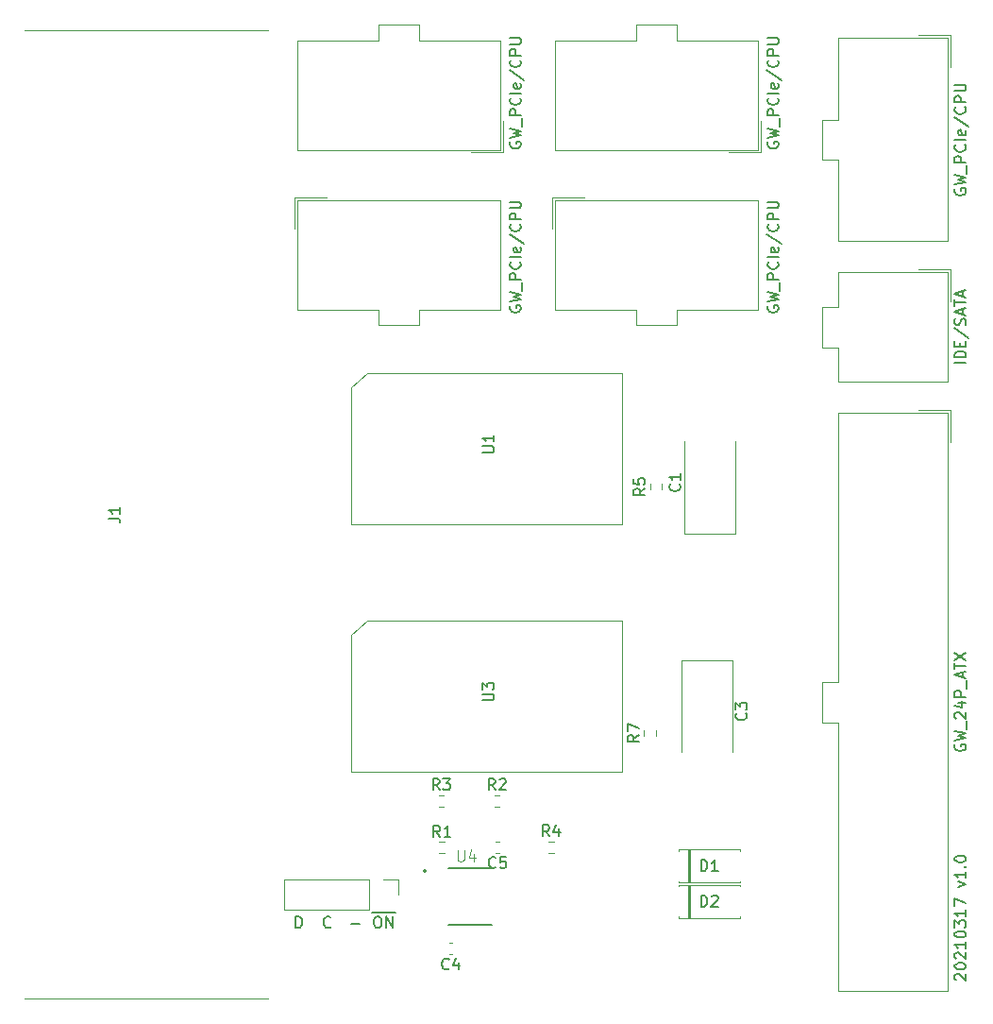
<source format=gto>
%TF.GenerationSoftware,KiCad,Pcbnew,(5.1.9)-1*%
%TF.CreationDate,2021-05-19T11:39:12+08:00*%
%TF.ProjectId,KCORES CSPS to ATX Converter,4b434f52-4553-4204-9353-505320746f20,1.0*%
%TF.SameCoordinates,Original*%
%TF.FileFunction,Legend,Top*%
%TF.FilePolarity,Positive*%
%FSLAX46Y46*%
G04 Gerber Fmt 4.6, Leading zero omitted, Abs format (unit mm)*
G04 Created by KiCad (PCBNEW (5.1.9)-1) date 2021-05-19 11:39:12*
%MOMM*%
%LPD*%
G01*
G04 APERTURE LIST*
%ADD10C,0.150000*%
%ADD11C,0.200000*%
%ADD12C,0.127000*%
%ADD13C,0.120000*%
%ADD14C,0.015000*%
G04 APERTURE END LIST*
D10*
X123582380Y-155365000D02*
X124630000Y-155365000D01*
X124010952Y-155732380D02*
X124201428Y-155732380D01*
X124296666Y-155780000D01*
X124391904Y-155875238D01*
X124439523Y-156065714D01*
X124439523Y-156399047D01*
X124391904Y-156589523D01*
X124296666Y-156684761D01*
X124201428Y-156732380D01*
X124010952Y-156732380D01*
X123915714Y-156684761D01*
X123820476Y-156589523D01*
X123772857Y-156399047D01*
X123772857Y-156065714D01*
X123820476Y-155875238D01*
X123915714Y-155780000D01*
X124010952Y-155732380D01*
X124630000Y-155365000D02*
X125677619Y-155365000D01*
X124868095Y-156732380D02*
X124868095Y-155732380D01*
X125439523Y-156732380D01*
X125439523Y-155732380D01*
X121709047Y-156351428D02*
X122470952Y-156351428D01*
X119859523Y-156637142D02*
X119811904Y-156684761D01*
X119669047Y-156732380D01*
X119573809Y-156732380D01*
X119430952Y-156684761D01*
X119335714Y-156589523D01*
X119288095Y-156494285D01*
X119240476Y-156303809D01*
X119240476Y-156160952D01*
X119288095Y-155970476D01*
X119335714Y-155875238D01*
X119430952Y-155780000D01*
X119573809Y-155732380D01*
X119669047Y-155732380D01*
X119811904Y-155780000D01*
X119859523Y-155827619D01*
X175947619Y-161412023D02*
X175900000Y-161364404D01*
X175852380Y-161269166D01*
X175852380Y-161031071D01*
X175900000Y-160935833D01*
X175947619Y-160888214D01*
X176042857Y-160840595D01*
X176138095Y-160840595D01*
X176280952Y-160888214D01*
X176852380Y-161459642D01*
X176852380Y-160840595D01*
X175852380Y-160221547D02*
X175852380Y-160126309D01*
X175900000Y-160031071D01*
X175947619Y-159983452D01*
X176042857Y-159935833D01*
X176233333Y-159888214D01*
X176471428Y-159888214D01*
X176661904Y-159935833D01*
X176757142Y-159983452D01*
X176804761Y-160031071D01*
X176852380Y-160126309D01*
X176852380Y-160221547D01*
X176804761Y-160316785D01*
X176757142Y-160364404D01*
X176661904Y-160412023D01*
X176471428Y-160459642D01*
X176233333Y-160459642D01*
X176042857Y-160412023D01*
X175947619Y-160364404D01*
X175900000Y-160316785D01*
X175852380Y-160221547D01*
X175947619Y-159507261D02*
X175900000Y-159459642D01*
X175852380Y-159364404D01*
X175852380Y-159126309D01*
X175900000Y-159031071D01*
X175947619Y-158983452D01*
X176042857Y-158935833D01*
X176138095Y-158935833D01*
X176280952Y-158983452D01*
X176852380Y-159554880D01*
X176852380Y-158935833D01*
X176852380Y-157983452D02*
X176852380Y-158554880D01*
X176852380Y-158269166D02*
X175852380Y-158269166D01*
X175995238Y-158364404D01*
X176090476Y-158459642D01*
X176138095Y-158554880D01*
X175852380Y-157364404D02*
X175852380Y-157269166D01*
X175900000Y-157173928D01*
X175947619Y-157126309D01*
X176042857Y-157078690D01*
X176233333Y-157031071D01*
X176471428Y-157031071D01*
X176661904Y-157078690D01*
X176757142Y-157126309D01*
X176804761Y-157173928D01*
X176852380Y-157269166D01*
X176852380Y-157364404D01*
X176804761Y-157459642D01*
X176757142Y-157507261D01*
X176661904Y-157554880D01*
X176471428Y-157602500D01*
X176233333Y-157602500D01*
X176042857Y-157554880D01*
X175947619Y-157507261D01*
X175900000Y-157459642D01*
X175852380Y-157364404D01*
X175852380Y-156697738D02*
X175852380Y-156078690D01*
X176233333Y-156412023D01*
X176233333Y-156269166D01*
X176280952Y-156173928D01*
X176328571Y-156126309D01*
X176423809Y-156078690D01*
X176661904Y-156078690D01*
X176757142Y-156126309D01*
X176804761Y-156173928D01*
X176852380Y-156269166D01*
X176852380Y-156554880D01*
X176804761Y-156650119D01*
X176757142Y-156697738D01*
X176852380Y-155126309D02*
X176852380Y-155697738D01*
X176852380Y-155412023D02*
X175852380Y-155412023D01*
X175995238Y-155507261D01*
X176090476Y-155602500D01*
X176138095Y-155697738D01*
X175852380Y-154792976D02*
X175852380Y-154126309D01*
X176852380Y-154554880D01*
X176185714Y-153078690D02*
X176852380Y-152840595D01*
X176185714Y-152602500D01*
X176852380Y-151697738D02*
X176852380Y-152269166D01*
X176852380Y-151983452D02*
X175852380Y-151983452D01*
X175995238Y-152078690D01*
X176090476Y-152173928D01*
X176138095Y-152269166D01*
X176757142Y-151269166D02*
X176804761Y-151221547D01*
X176852380Y-151269166D01*
X176804761Y-151316785D01*
X176757142Y-151269166D01*
X176852380Y-151269166D01*
X175852380Y-150602500D02*
X175852380Y-150507261D01*
X175900000Y-150412023D01*
X175947619Y-150364404D01*
X176042857Y-150316785D01*
X176233333Y-150269166D01*
X176471428Y-150269166D01*
X176661904Y-150316785D01*
X176757142Y-150364404D01*
X176804761Y-150412023D01*
X176852380Y-150507261D01*
X176852380Y-150602500D01*
X176804761Y-150697738D01*
X176757142Y-150745357D01*
X176661904Y-150792976D01*
X176471428Y-150840595D01*
X176233333Y-150840595D01*
X176042857Y-150792976D01*
X175947619Y-150745357D01*
X175900000Y-150697738D01*
X175852380Y-150602500D01*
X116748095Y-156732380D02*
X116748095Y-155732380D01*
X116986190Y-155732380D01*
X117129047Y-155780000D01*
X117224285Y-155875238D01*
X117271904Y-155970476D01*
X117319523Y-156160952D01*
X117319523Y-156303809D01*
X117271904Y-156494285D01*
X117224285Y-156589523D01*
X117129047Y-156684761D01*
X116986190Y-156732380D01*
X116748095Y-156732380D01*
D11*
%TO.C,U4*%
X128410000Y-151645000D02*
G75*
G03*
X128410000Y-151645000I-100000J0D01*
G01*
D12*
X130402500Y-151425000D02*
X134297500Y-151425000D01*
X130402500Y-156475000D02*
X134297500Y-156475000D01*
D13*
%TO.C,R4*%
X139412742Y-148977500D02*
X139887258Y-148977500D01*
X139412742Y-150022500D02*
X139887258Y-150022500D01*
%TO.C,R3*%
X129562742Y-144827500D02*
X130037258Y-144827500D01*
X129562742Y-145872500D02*
X130037258Y-145872500D01*
%TO.C,R2*%
X134562742Y-144827500D02*
X135037258Y-144827500D01*
X134562742Y-145872500D02*
X135037258Y-145872500D01*
%TO.C,R1*%
X129612742Y-149027500D02*
X130087258Y-149027500D01*
X129612742Y-150072500D02*
X130087258Y-150072500D01*
%TO.C,C5*%
X134990580Y-150010000D02*
X134709420Y-150010000D01*
X134990580Y-148990000D02*
X134709420Y-148990000D01*
%TO.C,C4*%
X130790580Y-159110000D02*
X130509420Y-159110000D01*
X130790580Y-158090000D02*
X130509420Y-158090000D01*
%TO.C,U3*%
X146004000Y-129230000D02*
X146004000Y-142740000D01*
X146004000Y-142740000D02*
X121750000Y-142740000D01*
X121750000Y-142740000D02*
X121750000Y-130500000D01*
X121750000Y-130500000D02*
X123144000Y-129230000D01*
X123144000Y-129230000D02*
X146004000Y-129230000D01*
%TO.C,U1*%
X146004000Y-107030000D02*
X146004000Y-120540000D01*
X146004000Y-120540000D02*
X121750000Y-120540000D01*
X121750000Y-120540000D02*
X121750000Y-108300000D01*
X121750000Y-108300000D02*
X123144000Y-107030000D01*
X123144000Y-107030000D02*
X146004000Y-107030000D01*
%TO.C,R7*%
X147977500Y-139537258D02*
X147977500Y-139062742D01*
X149022500Y-139537258D02*
X149022500Y-139062742D01*
%TO.C,R5*%
X148527500Y-117437258D02*
X148527500Y-116962742D01*
X149572500Y-117437258D02*
X149572500Y-116962742D01*
%TO.C,C3*%
X155910000Y-141000000D02*
X155910000Y-132765000D01*
X155910000Y-132765000D02*
X151390000Y-132765000D01*
X151390000Y-132765000D02*
X151390000Y-141000000D01*
%TO.C,C1*%
X151640000Y-113150000D02*
X151640000Y-121385000D01*
X151640000Y-121385000D02*
X156160000Y-121385000D01*
X156160000Y-121385000D02*
X156160000Y-113150000D01*
%TO.C,J2*%
X125960000Y-152410000D02*
X125960000Y-153740000D01*
X124630000Y-152410000D02*
X125960000Y-152410000D01*
X123360000Y-152410000D02*
X123360000Y-155070000D01*
X123360000Y-155070000D02*
X115680000Y-155070000D01*
X123360000Y-152410000D02*
X115680000Y-152410000D01*
X115680000Y-152410000D02*
X115680000Y-155070000D01*
%TO.C,J1*%
X92400000Y-76290000D02*
X114244000Y-76290000D01*
X114244000Y-163110000D02*
X92400000Y-163110000D01*
%TO.C,J7*%
X175210000Y-86100000D02*
X175210000Y-76990000D01*
X175210000Y-76990000D02*
X165390000Y-76990000D01*
X165390000Y-76990000D02*
X165390000Y-84290000D01*
X165390000Y-84290000D02*
X163990000Y-84290000D01*
X163990000Y-84290000D02*
X163990000Y-86100000D01*
X175210000Y-86100000D02*
X175210000Y-95210000D01*
X175210000Y-95210000D02*
X165390000Y-95210000D01*
X165390000Y-95210000D02*
X165390000Y-87910000D01*
X165390000Y-87910000D02*
X163990000Y-87910000D01*
X163990000Y-87910000D02*
X163990000Y-86100000D01*
X175450000Y-79600000D02*
X175450000Y-76750000D01*
X175450000Y-76750000D02*
X172600000Y-76750000D01*
%TO.C,J6*%
X149100000Y-91490000D02*
X139990000Y-91490000D01*
X139990000Y-91490000D02*
X139990000Y-101310000D01*
X139990000Y-101310000D02*
X147290000Y-101310000D01*
X147290000Y-101310000D02*
X147290000Y-102710000D01*
X147290000Y-102710000D02*
X149100000Y-102710000D01*
X149100000Y-91490000D02*
X158210000Y-91490000D01*
X158210000Y-91490000D02*
X158210000Y-101310000D01*
X158210000Y-101310000D02*
X150910000Y-101310000D01*
X150910000Y-101310000D02*
X150910000Y-102710000D01*
X150910000Y-102710000D02*
X149100000Y-102710000D01*
X142600000Y-91250000D02*
X139750000Y-91250000D01*
X139750000Y-91250000D02*
X139750000Y-94100000D01*
%TO.C,J5*%
X149100000Y-87010000D02*
X158210000Y-87010000D01*
X158210000Y-87010000D02*
X158210000Y-77190000D01*
X158210000Y-77190000D02*
X150910000Y-77190000D01*
X150910000Y-77190000D02*
X150910000Y-75790000D01*
X150910000Y-75790000D02*
X149100000Y-75790000D01*
X149100000Y-87010000D02*
X139990000Y-87010000D01*
X139990000Y-87010000D02*
X139990000Y-77190000D01*
X139990000Y-77190000D02*
X147290000Y-77190000D01*
X147290000Y-77190000D02*
X147290000Y-75790000D01*
X147290000Y-75790000D02*
X149100000Y-75790000D01*
X155600000Y-87250000D02*
X158450000Y-87250000D01*
X158450000Y-87250000D02*
X158450000Y-84400000D01*
%TO.C,J4*%
X126000000Y-91490000D02*
X116890000Y-91490000D01*
X116890000Y-91490000D02*
X116890000Y-101310000D01*
X116890000Y-101310000D02*
X124190000Y-101310000D01*
X124190000Y-101310000D02*
X124190000Y-102710000D01*
X124190000Y-102710000D02*
X126000000Y-102710000D01*
X126000000Y-91490000D02*
X135110000Y-91490000D01*
X135110000Y-91490000D02*
X135110000Y-101310000D01*
X135110000Y-101310000D02*
X127810000Y-101310000D01*
X127810000Y-101310000D02*
X127810000Y-102710000D01*
X127810000Y-102710000D02*
X126000000Y-102710000D01*
X119500000Y-91250000D02*
X116650000Y-91250000D01*
X116650000Y-91250000D02*
X116650000Y-94100000D01*
%TO.C,J3*%
X126000000Y-87010000D02*
X135110000Y-87010000D01*
X135110000Y-87010000D02*
X135110000Y-77190000D01*
X135110000Y-77190000D02*
X127810000Y-77190000D01*
X127810000Y-77190000D02*
X127810000Y-75790000D01*
X127810000Y-75790000D02*
X126000000Y-75790000D01*
X126000000Y-87010000D02*
X116890000Y-87010000D01*
X116890000Y-87010000D02*
X116890000Y-77190000D01*
X116890000Y-77190000D02*
X124190000Y-77190000D01*
X124190000Y-77190000D02*
X124190000Y-75790000D01*
X124190000Y-75790000D02*
X126000000Y-75790000D01*
X132500000Y-87250000D02*
X135350000Y-87250000D01*
X135350000Y-87250000D02*
X135350000Y-84400000D01*
%TO.C,J9*%
X175210000Y-136500000D02*
X175210000Y-110590000D01*
X175210000Y-110590000D02*
X165390000Y-110590000D01*
X165390000Y-110590000D02*
X165390000Y-134690000D01*
X165390000Y-134690000D02*
X163990000Y-134690000D01*
X163990000Y-134690000D02*
X163990000Y-136500000D01*
X175210000Y-136500000D02*
X175210000Y-162410000D01*
X175210000Y-162410000D02*
X165390000Y-162410000D01*
X165390000Y-162410000D02*
X165390000Y-138310000D01*
X165390000Y-138310000D02*
X163990000Y-138310000D01*
X163990000Y-138310000D02*
X163990000Y-136500000D01*
X175450000Y-113200000D02*
X175450000Y-110350000D01*
X175450000Y-110350000D02*
X172600000Y-110350000D01*
%TO.C,J8*%
X175450000Y-97750000D02*
X172600000Y-97750000D01*
X175450000Y-100600000D02*
X175450000Y-97750000D01*
X163990000Y-104710000D02*
X163990000Y-102900000D01*
X165390000Y-104710000D02*
X163990000Y-104710000D01*
X165390000Y-107810000D02*
X165390000Y-104710000D01*
X175210000Y-107810000D02*
X165390000Y-107810000D01*
X175210000Y-102900000D02*
X175210000Y-107810000D01*
X163990000Y-101090000D02*
X163990000Y-102900000D01*
X165390000Y-101090000D02*
X163990000Y-101090000D01*
X165390000Y-97990000D02*
X165390000Y-101090000D01*
X175210000Y-97990000D02*
X165390000Y-97990000D01*
X175210000Y-102900000D02*
X175210000Y-97990000D01*
%TO.C,D2*%
X151900000Y-152905000D02*
X151900000Y-155845000D01*
X152140000Y-152905000D02*
X152140000Y-155845000D01*
X152020000Y-152905000D02*
X152020000Y-155845000D01*
X156560000Y-155845000D02*
X156560000Y-155715000D01*
X151120000Y-155845000D02*
X156560000Y-155845000D01*
X151120000Y-155715000D02*
X151120000Y-155845000D01*
X156560000Y-152905000D02*
X156560000Y-153035000D01*
X151120000Y-152905000D02*
X156560000Y-152905000D01*
X151120000Y-153035000D02*
X151120000Y-152905000D01*
%TO.C,D1*%
X151900000Y-149730000D02*
X151900000Y-152670000D01*
X152140000Y-149730000D02*
X152140000Y-152670000D01*
X152020000Y-149730000D02*
X152020000Y-152670000D01*
X156560000Y-152670000D02*
X156560000Y-152540000D01*
X151120000Y-152670000D02*
X156560000Y-152670000D01*
X151120000Y-152540000D02*
X151120000Y-152670000D01*
X156560000Y-149730000D02*
X156560000Y-149860000D01*
X151120000Y-149730000D02*
X156560000Y-149730000D01*
X151120000Y-149860000D02*
X151120000Y-149730000D01*
%TO.C,U4*%
D14*
X131263095Y-149767380D02*
X131263095Y-150576904D01*
X131310714Y-150672142D01*
X131358333Y-150719761D01*
X131453571Y-150767380D01*
X131644047Y-150767380D01*
X131739285Y-150719761D01*
X131786904Y-150672142D01*
X131834523Y-150576904D01*
X131834523Y-149767380D01*
X132739285Y-150100714D02*
X132739285Y-150767380D01*
X132501190Y-149719761D02*
X132263095Y-150434047D01*
X132882142Y-150434047D01*
%TO.C,R4*%
D10*
X139483333Y-148522380D02*
X139150000Y-148046190D01*
X138911904Y-148522380D02*
X138911904Y-147522380D01*
X139292857Y-147522380D01*
X139388095Y-147570000D01*
X139435714Y-147617619D01*
X139483333Y-147712857D01*
X139483333Y-147855714D01*
X139435714Y-147950952D01*
X139388095Y-147998571D01*
X139292857Y-148046190D01*
X138911904Y-148046190D01*
X140340476Y-147855714D02*
X140340476Y-148522380D01*
X140102380Y-147474761D02*
X139864285Y-148189047D01*
X140483333Y-148189047D01*
%TO.C,R3*%
X129633333Y-144372380D02*
X129300000Y-143896190D01*
X129061904Y-144372380D02*
X129061904Y-143372380D01*
X129442857Y-143372380D01*
X129538095Y-143420000D01*
X129585714Y-143467619D01*
X129633333Y-143562857D01*
X129633333Y-143705714D01*
X129585714Y-143800952D01*
X129538095Y-143848571D01*
X129442857Y-143896190D01*
X129061904Y-143896190D01*
X129966666Y-143372380D02*
X130585714Y-143372380D01*
X130252380Y-143753333D01*
X130395238Y-143753333D01*
X130490476Y-143800952D01*
X130538095Y-143848571D01*
X130585714Y-143943809D01*
X130585714Y-144181904D01*
X130538095Y-144277142D01*
X130490476Y-144324761D01*
X130395238Y-144372380D01*
X130109523Y-144372380D01*
X130014285Y-144324761D01*
X129966666Y-144277142D01*
%TO.C,R2*%
X134633333Y-144372380D02*
X134300000Y-143896190D01*
X134061904Y-144372380D02*
X134061904Y-143372380D01*
X134442857Y-143372380D01*
X134538095Y-143420000D01*
X134585714Y-143467619D01*
X134633333Y-143562857D01*
X134633333Y-143705714D01*
X134585714Y-143800952D01*
X134538095Y-143848571D01*
X134442857Y-143896190D01*
X134061904Y-143896190D01*
X135014285Y-143467619D02*
X135061904Y-143420000D01*
X135157142Y-143372380D01*
X135395238Y-143372380D01*
X135490476Y-143420000D01*
X135538095Y-143467619D01*
X135585714Y-143562857D01*
X135585714Y-143658095D01*
X135538095Y-143800952D01*
X134966666Y-144372380D01*
X135585714Y-144372380D01*
%TO.C,R1*%
X129683333Y-148572380D02*
X129350000Y-148096190D01*
X129111904Y-148572380D02*
X129111904Y-147572380D01*
X129492857Y-147572380D01*
X129588095Y-147620000D01*
X129635714Y-147667619D01*
X129683333Y-147762857D01*
X129683333Y-147905714D01*
X129635714Y-148000952D01*
X129588095Y-148048571D01*
X129492857Y-148096190D01*
X129111904Y-148096190D01*
X130635714Y-148572380D02*
X130064285Y-148572380D01*
X130350000Y-148572380D02*
X130350000Y-147572380D01*
X130254761Y-147715238D01*
X130159523Y-147810476D01*
X130064285Y-147858095D01*
%TO.C,C5*%
X134683333Y-151287142D02*
X134635714Y-151334761D01*
X134492857Y-151382380D01*
X134397619Y-151382380D01*
X134254761Y-151334761D01*
X134159523Y-151239523D01*
X134111904Y-151144285D01*
X134064285Y-150953809D01*
X134064285Y-150810952D01*
X134111904Y-150620476D01*
X134159523Y-150525238D01*
X134254761Y-150430000D01*
X134397619Y-150382380D01*
X134492857Y-150382380D01*
X134635714Y-150430000D01*
X134683333Y-150477619D01*
X135588095Y-150382380D02*
X135111904Y-150382380D01*
X135064285Y-150858571D01*
X135111904Y-150810952D01*
X135207142Y-150763333D01*
X135445238Y-150763333D01*
X135540476Y-150810952D01*
X135588095Y-150858571D01*
X135635714Y-150953809D01*
X135635714Y-151191904D01*
X135588095Y-151287142D01*
X135540476Y-151334761D01*
X135445238Y-151382380D01*
X135207142Y-151382380D01*
X135111904Y-151334761D01*
X135064285Y-151287142D01*
%TO.C,C4*%
X130483333Y-160387142D02*
X130435714Y-160434761D01*
X130292857Y-160482380D01*
X130197619Y-160482380D01*
X130054761Y-160434761D01*
X129959523Y-160339523D01*
X129911904Y-160244285D01*
X129864285Y-160053809D01*
X129864285Y-159910952D01*
X129911904Y-159720476D01*
X129959523Y-159625238D01*
X130054761Y-159530000D01*
X130197619Y-159482380D01*
X130292857Y-159482380D01*
X130435714Y-159530000D01*
X130483333Y-159577619D01*
X131340476Y-159815714D02*
X131340476Y-160482380D01*
X131102380Y-159434761D02*
X130864285Y-160149047D01*
X131483333Y-160149047D01*
%TO.C,U3*%
X133518380Y-136341904D02*
X134327904Y-136341904D01*
X134423142Y-136294285D01*
X134470761Y-136246666D01*
X134518380Y-136151428D01*
X134518380Y-135960952D01*
X134470761Y-135865714D01*
X134423142Y-135818095D01*
X134327904Y-135770476D01*
X133518380Y-135770476D01*
X133518380Y-135389523D02*
X133518380Y-134770476D01*
X133899333Y-135103809D01*
X133899333Y-134960952D01*
X133946952Y-134865714D01*
X133994571Y-134818095D01*
X134089809Y-134770476D01*
X134327904Y-134770476D01*
X134423142Y-134818095D01*
X134470761Y-134865714D01*
X134518380Y-134960952D01*
X134518380Y-135246666D01*
X134470761Y-135341904D01*
X134423142Y-135389523D01*
%TO.C,U1*%
X133518380Y-114141904D02*
X134327904Y-114141904D01*
X134423142Y-114094285D01*
X134470761Y-114046666D01*
X134518380Y-113951428D01*
X134518380Y-113760952D01*
X134470761Y-113665714D01*
X134423142Y-113618095D01*
X134327904Y-113570476D01*
X133518380Y-113570476D01*
X134518380Y-112570476D02*
X134518380Y-113141904D01*
X134518380Y-112856190D02*
X133518380Y-112856190D01*
X133661238Y-112951428D01*
X133756476Y-113046666D01*
X133804095Y-113141904D01*
%TO.C,R7*%
X147522380Y-139466666D02*
X147046190Y-139800000D01*
X147522380Y-140038095D02*
X146522380Y-140038095D01*
X146522380Y-139657142D01*
X146570000Y-139561904D01*
X146617619Y-139514285D01*
X146712857Y-139466666D01*
X146855714Y-139466666D01*
X146950952Y-139514285D01*
X146998571Y-139561904D01*
X147046190Y-139657142D01*
X147046190Y-140038095D01*
X146522380Y-139133333D02*
X146522380Y-138466666D01*
X147522380Y-138895238D01*
%TO.C,R5*%
X148072380Y-117366666D02*
X147596190Y-117700000D01*
X148072380Y-117938095D02*
X147072380Y-117938095D01*
X147072380Y-117557142D01*
X147120000Y-117461904D01*
X147167619Y-117414285D01*
X147262857Y-117366666D01*
X147405714Y-117366666D01*
X147500952Y-117414285D01*
X147548571Y-117461904D01*
X147596190Y-117557142D01*
X147596190Y-117938095D01*
X147072380Y-116461904D02*
X147072380Y-116938095D01*
X147548571Y-116985714D01*
X147500952Y-116938095D01*
X147453333Y-116842857D01*
X147453333Y-116604761D01*
X147500952Y-116509523D01*
X147548571Y-116461904D01*
X147643809Y-116414285D01*
X147881904Y-116414285D01*
X147977142Y-116461904D01*
X148024761Y-116509523D01*
X148072380Y-116604761D01*
X148072380Y-116842857D01*
X148024761Y-116938095D01*
X147977142Y-116985714D01*
%TO.C,C3*%
X157107142Y-137516666D02*
X157154761Y-137564285D01*
X157202380Y-137707142D01*
X157202380Y-137802380D01*
X157154761Y-137945238D01*
X157059523Y-138040476D01*
X156964285Y-138088095D01*
X156773809Y-138135714D01*
X156630952Y-138135714D01*
X156440476Y-138088095D01*
X156345238Y-138040476D01*
X156250000Y-137945238D01*
X156202380Y-137802380D01*
X156202380Y-137707142D01*
X156250000Y-137564285D01*
X156297619Y-137516666D01*
X156202380Y-137183333D02*
X156202380Y-136564285D01*
X156583333Y-136897619D01*
X156583333Y-136754761D01*
X156630952Y-136659523D01*
X156678571Y-136611904D01*
X156773809Y-136564285D01*
X157011904Y-136564285D01*
X157107142Y-136611904D01*
X157154761Y-136659523D01*
X157202380Y-136754761D01*
X157202380Y-137040476D01*
X157154761Y-137135714D01*
X157107142Y-137183333D01*
%TO.C,C1*%
X151157142Y-116966666D02*
X151204761Y-117014285D01*
X151252380Y-117157142D01*
X151252380Y-117252380D01*
X151204761Y-117395238D01*
X151109523Y-117490476D01*
X151014285Y-117538095D01*
X150823809Y-117585714D01*
X150680952Y-117585714D01*
X150490476Y-117538095D01*
X150395238Y-117490476D01*
X150300000Y-117395238D01*
X150252380Y-117252380D01*
X150252380Y-117157142D01*
X150300000Y-117014285D01*
X150347619Y-116966666D01*
X151252380Y-116014285D02*
X151252380Y-116585714D01*
X151252380Y-116300000D02*
X150252380Y-116300000D01*
X150395238Y-116395238D01*
X150490476Y-116490476D01*
X150538095Y-116585714D01*
%TO.C,J1*%
X99980380Y-120033333D02*
X100694666Y-120033333D01*
X100837523Y-120080952D01*
X100932761Y-120176190D01*
X100980380Y-120319047D01*
X100980380Y-120414285D01*
X100980380Y-119033333D02*
X100980380Y-119604761D01*
X100980380Y-119319047D02*
X99980380Y-119319047D01*
X100123238Y-119414285D01*
X100218476Y-119509523D01*
X100266095Y-119604761D01*
%TO.C,J7*%
X175900000Y-90504761D02*
X175852380Y-90600000D01*
X175852380Y-90742857D01*
X175900000Y-90885714D01*
X175995238Y-90980952D01*
X176090476Y-91028571D01*
X176280952Y-91076190D01*
X176423809Y-91076190D01*
X176614285Y-91028571D01*
X176709523Y-90980952D01*
X176804761Y-90885714D01*
X176852380Y-90742857D01*
X176852380Y-90647619D01*
X176804761Y-90504761D01*
X176757142Y-90457142D01*
X176423809Y-90457142D01*
X176423809Y-90647619D01*
X175852380Y-90123809D02*
X176852380Y-89885714D01*
X176138095Y-89695238D01*
X176852380Y-89504761D01*
X175852380Y-89266666D01*
X176947619Y-89123809D02*
X176947619Y-88361904D01*
X176852380Y-88123809D02*
X175852380Y-88123809D01*
X175852380Y-87742857D01*
X175900000Y-87647619D01*
X175947619Y-87600000D01*
X176042857Y-87552380D01*
X176185714Y-87552380D01*
X176280952Y-87600000D01*
X176328571Y-87647619D01*
X176376190Y-87742857D01*
X176376190Y-88123809D01*
X176757142Y-86552380D02*
X176804761Y-86600000D01*
X176852380Y-86742857D01*
X176852380Y-86838095D01*
X176804761Y-86980952D01*
X176709523Y-87076190D01*
X176614285Y-87123809D01*
X176423809Y-87171428D01*
X176280952Y-87171428D01*
X176090476Y-87123809D01*
X175995238Y-87076190D01*
X175900000Y-86980952D01*
X175852380Y-86838095D01*
X175852380Y-86742857D01*
X175900000Y-86600000D01*
X175947619Y-86552380D01*
X176852380Y-86123809D02*
X175852380Y-86123809D01*
X176804761Y-85266666D02*
X176852380Y-85361904D01*
X176852380Y-85552380D01*
X176804761Y-85647619D01*
X176709523Y-85695238D01*
X176328571Y-85695238D01*
X176233333Y-85647619D01*
X176185714Y-85552380D01*
X176185714Y-85361904D01*
X176233333Y-85266666D01*
X176328571Y-85219047D01*
X176423809Y-85219047D01*
X176519047Y-85695238D01*
X175804761Y-84076190D02*
X177090476Y-84933333D01*
X176757142Y-83171428D02*
X176804761Y-83219047D01*
X176852380Y-83361904D01*
X176852380Y-83457142D01*
X176804761Y-83600000D01*
X176709523Y-83695238D01*
X176614285Y-83742857D01*
X176423809Y-83790476D01*
X176280952Y-83790476D01*
X176090476Y-83742857D01*
X175995238Y-83695238D01*
X175900000Y-83600000D01*
X175852380Y-83457142D01*
X175852380Y-83361904D01*
X175900000Y-83219047D01*
X175947619Y-83171428D01*
X176852380Y-82742857D02*
X175852380Y-82742857D01*
X175852380Y-82361904D01*
X175900000Y-82266666D01*
X175947619Y-82219047D01*
X176042857Y-82171428D01*
X176185714Y-82171428D01*
X176280952Y-82219047D01*
X176328571Y-82266666D01*
X176376190Y-82361904D01*
X176376190Y-82742857D01*
X175852380Y-81742857D02*
X176661904Y-81742857D01*
X176757142Y-81695238D01*
X176804761Y-81647619D01*
X176852380Y-81552380D01*
X176852380Y-81361904D01*
X176804761Y-81266666D01*
X176757142Y-81219047D01*
X176661904Y-81171428D01*
X175852380Y-81171428D01*
%TO.C,J6*%
X159100000Y-101004761D02*
X159052380Y-101100000D01*
X159052380Y-101242857D01*
X159100000Y-101385714D01*
X159195238Y-101480952D01*
X159290476Y-101528571D01*
X159480952Y-101576190D01*
X159623809Y-101576190D01*
X159814285Y-101528571D01*
X159909523Y-101480952D01*
X160004761Y-101385714D01*
X160052380Y-101242857D01*
X160052380Y-101147619D01*
X160004761Y-101004761D01*
X159957142Y-100957142D01*
X159623809Y-100957142D01*
X159623809Y-101147619D01*
X159052380Y-100623809D02*
X160052380Y-100385714D01*
X159338095Y-100195238D01*
X160052380Y-100004761D01*
X159052380Y-99766666D01*
X160147619Y-99623809D02*
X160147619Y-98861904D01*
X160052380Y-98623809D02*
X159052380Y-98623809D01*
X159052380Y-98242857D01*
X159100000Y-98147619D01*
X159147619Y-98100000D01*
X159242857Y-98052380D01*
X159385714Y-98052380D01*
X159480952Y-98100000D01*
X159528571Y-98147619D01*
X159576190Y-98242857D01*
X159576190Y-98623809D01*
X159957142Y-97052380D02*
X160004761Y-97100000D01*
X160052380Y-97242857D01*
X160052380Y-97338095D01*
X160004761Y-97480952D01*
X159909523Y-97576190D01*
X159814285Y-97623809D01*
X159623809Y-97671428D01*
X159480952Y-97671428D01*
X159290476Y-97623809D01*
X159195238Y-97576190D01*
X159100000Y-97480952D01*
X159052380Y-97338095D01*
X159052380Y-97242857D01*
X159100000Y-97100000D01*
X159147619Y-97052380D01*
X160052380Y-96623809D02*
X159052380Y-96623809D01*
X160004761Y-95766666D02*
X160052380Y-95861904D01*
X160052380Y-96052380D01*
X160004761Y-96147619D01*
X159909523Y-96195238D01*
X159528571Y-96195238D01*
X159433333Y-96147619D01*
X159385714Y-96052380D01*
X159385714Y-95861904D01*
X159433333Y-95766666D01*
X159528571Y-95719047D01*
X159623809Y-95719047D01*
X159719047Y-96195238D01*
X159004761Y-94576190D02*
X160290476Y-95433333D01*
X159957142Y-93671428D02*
X160004761Y-93719047D01*
X160052380Y-93861904D01*
X160052380Y-93957142D01*
X160004761Y-94100000D01*
X159909523Y-94195238D01*
X159814285Y-94242857D01*
X159623809Y-94290476D01*
X159480952Y-94290476D01*
X159290476Y-94242857D01*
X159195238Y-94195238D01*
X159100000Y-94100000D01*
X159052380Y-93957142D01*
X159052380Y-93861904D01*
X159100000Y-93719047D01*
X159147619Y-93671428D01*
X160052380Y-93242857D02*
X159052380Y-93242857D01*
X159052380Y-92861904D01*
X159100000Y-92766666D01*
X159147619Y-92719047D01*
X159242857Y-92671428D01*
X159385714Y-92671428D01*
X159480952Y-92719047D01*
X159528571Y-92766666D01*
X159576190Y-92861904D01*
X159576190Y-93242857D01*
X159052380Y-92242857D02*
X159861904Y-92242857D01*
X159957142Y-92195238D01*
X160004761Y-92147619D01*
X160052380Y-92052380D01*
X160052380Y-91861904D01*
X160004761Y-91766666D01*
X159957142Y-91719047D01*
X159861904Y-91671428D01*
X159052380Y-91671428D01*
%TO.C,J5*%
X159100000Y-86304761D02*
X159052380Y-86400000D01*
X159052380Y-86542857D01*
X159100000Y-86685714D01*
X159195238Y-86780952D01*
X159290476Y-86828571D01*
X159480952Y-86876190D01*
X159623809Y-86876190D01*
X159814285Y-86828571D01*
X159909523Y-86780952D01*
X160004761Y-86685714D01*
X160052380Y-86542857D01*
X160052380Y-86447619D01*
X160004761Y-86304761D01*
X159957142Y-86257142D01*
X159623809Y-86257142D01*
X159623809Y-86447619D01*
X159052380Y-85923809D02*
X160052380Y-85685714D01*
X159338095Y-85495238D01*
X160052380Y-85304761D01*
X159052380Y-85066666D01*
X160147619Y-84923809D02*
X160147619Y-84161904D01*
X160052380Y-83923809D02*
X159052380Y-83923809D01*
X159052380Y-83542857D01*
X159100000Y-83447619D01*
X159147619Y-83400000D01*
X159242857Y-83352380D01*
X159385714Y-83352380D01*
X159480952Y-83400000D01*
X159528571Y-83447619D01*
X159576190Y-83542857D01*
X159576190Y-83923809D01*
X159957142Y-82352380D02*
X160004761Y-82400000D01*
X160052380Y-82542857D01*
X160052380Y-82638095D01*
X160004761Y-82780952D01*
X159909523Y-82876190D01*
X159814285Y-82923809D01*
X159623809Y-82971428D01*
X159480952Y-82971428D01*
X159290476Y-82923809D01*
X159195238Y-82876190D01*
X159100000Y-82780952D01*
X159052380Y-82638095D01*
X159052380Y-82542857D01*
X159100000Y-82400000D01*
X159147619Y-82352380D01*
X160052380Y-81923809D02*
X159052380Y-81923809D01*
X160004761Y-81066666D02*
X160052380Y-81161904D01*
X160052380Y-81352380D01*
X160004761Y-81447619D01*
X159909523Y-81495238D01*
X159528571Y-81495238D01*
X159433333Y-81447619D01*
X159385714Y-81352380D01*
X159385714Y-81161904D01*
X159433333Y-81066666D01*
X159528571Y-81019047D01*
X159623809Y-81019047D01*
X159719047Y-81495238D01*
X159004761Y-79876190D02*
X160290476Y-80733333D01*
X159957142Y-78971428D02*
X160004761Y-79019047D01*
X160052380Y-79161904D01*
X160052380Y-79257142D01*
X160004761Y-79400000D01*
X159909523Y-79495238D01*
X159814285Y-79542857D01*
X159623809Y-79590476D01*
X159480952Y-79590476D01*
X159290476Y-79542857D01*
X159195238Y-79495238D01*
X159100000Y-79400000D01*
X159052380Y-79257142D01*
X159052380Y-79161904D01*
X159100000Y-79019047D01*
X159147619Y-78971428D01*
X160052380Y-78542857D02*
X159052380Y-78542857D01*
X159052380Y-78161904D01*
X159100000Y-78066666D01*
X159147619Y-78019047D01*
X159242857Y-77971428D01*
X159385714Y-77971428D01*
X159480952Y-78019047D01*
X159528571Y-78066666D01*
X159576190Y-78161904D01*
X159576190Y-78542857D01*
X159052380Y-77542857D02*
X159861904Y-77542857D01*
X159957142Y-77495238D01*
X160004761Y-77447619D01*
X160052380Y-77352380D01*
X160052380Y-77161904D01*
X160004761Y-77066666D01*
X159957142Y-77019047D01*
X159861904Y-76971428D01*
X159052380Y-76971428D01*
%TO.C,J4*%
X136000000Y-101004761D02*
X135952380Y-101100000D01*
X135952380Y-101242857D01*
X136000000Y-101385714D01*
X136095238Y-101480952D01*
X136190476Y-101528571D01*
X136380952Y-101576190D01*
X136523809Y-101576190D01*
X136714285Y-101528571D01*
X136809523Y-101480952D01*
X136904761Y-101385714D01*
X136952380Y-101242857D01*
X136952380Y-101147619D01*
X136904761Y-101004761D01*
X136857142Y-100957142D01*
X136523809Y-100957142D01*
X136523809Y-101147619D01*
X135952380Y-100623809D02*
X136952380Y-100385714D01*
X136238095Y-100195238D01*
X136952380Y-100004761D01*
X135952380Y-99766666D01*
X137047619Y-99623809D02*
X137047619Y-98861904D01*
X136952380Y-98623809D02*
X135952380Y-98623809D01*
X135952380Y-98242857D01*
X136000000Y-98147619D01*
X136047619Y-98100000D01*
X136142857Y-98052380D01*
X136285714Y-98052380D01*
X136380952Y-98100000D01*
X136428571Y-98147619D01*
X136476190Y-98242857D01*
X136476190Y-98623809D01*
X136857142Y-97052380D02*
X136904761Y-97100000D01*
X136952380Y-97242857D01*
X136952380Y-97338095D01*
X136904761Y-97480952D01*
X136809523Y-97576190D01*
X136714285Y-97623809D01*
X136523809Y-97671428D01*
X136380952Y-97671428D01*
X136190476Y-97623809D01*
X136095238Y-97576190D01*
X136000000Y-97480952D01*
X135952380Y-97338095D01*
X135952380Y-97242857D01*
X136000000Y-97100000D01*
X136047619Y-97052380D01*
X136952380Y-96623809D02*
X135952380Y-96623809D01*
X136904761Y-95766666D02*
X136952380Y-95861904D01*
X136952380Y-96052380D01*
X136904761Y-96147619D01*
X136809523Y-96195238D01*
X136428571Y-96195238D01*
X136333333Y-96147619D01*
X136285714Y-96052380D01*
X136285714Y-95861904D01*
X136333333Y-95766666D01*
X136428571Y-95719047D01*
X136523809Y-95719047D01*
X136619047Y-96195238D01*
X135904761Y-94576190D02*
X137190476Y-95433333D01*
X136857142Y-93671428D02*
X136904761Y-93719047D01*
X136952380Y-93861904D01*
X136952380Y-93957142D01*
X136904761Y-94100000D01*
X136809523Y-94195238D01*
X136714285Y-94242857D01*
X136523809Y-94290476D01*
X136380952Y-94290476D01*
X136190476Y-94242857D01*
X136095238Y-94195238D01*
X136000000Y-94100000D01*
X135952380Y-93957142D01*
X135952380Y-93861904D01*
X136000000Y-93719047D01*
X136047619Y-93671428D01*
X136952380Y-93242857D02*
X135952380Y-93242857D01*
X135952380Y-92861904D01*
X136000000Y-92766666D01*
X136047619Y-92719047D01*
X136142857Y-92671428D01*
X136285714Y-92671428D01*
X136380952Y-92719047D01*
X136428571Y-92766666D01*
X136476190Y-92861904D01*
X136476190Y-93242857D01*
X135952380Y-92242857D02*
X136761904Y-92242857D01*
X136857142Y-92195238D01*
X136904761Y-92147619D01*
X136952380Y-92052380D01*
X136952380Y-91861904D01*
X136904761Y-91766666D01*
X136857142Y-91719047D01*
X136761904Y-91671428D01*
X135952380Y-91671428D01*
%TO.C,J3*%
X136000000Y-86304761D02*
X135952380Y-86400000D01*
X135952380Y-86542857D01*
X136000000Y-86685714D01*
X136095238Y-86780952D01*
X136190476Y-86828571D01*
X136380952Y-86876190D01*
X136523809Y-86876190D01*
X136714285Y-86828571D01*
X136809523Y-86780952D01*
X136904761Y-86685714D01*
X136952380Y-86542857D01*
X136952380Y-86447619D01*
X136904761Y-86304761D01*
X136857142Y-86257142D01*
X136523809Y-86257142D01*
X136523809Y-86447619D01*
X135952380Y-85923809D02*
X136952380Y-85685714D01*
X136238095Y-85495238D01*
X136952380Y-85304761D01*
X135952380Y-85066666D01*
X137047619Y-84923809D02*
X137047619Y-84161904D01*
X136952380Y-83923809D02*
X135952380Y-83923809D01*
X135952380Y-83542857D01*
X136000000Y-83447619D01*
X136047619Y-83400000D01*
X136142857Y-83352380D01*
X136285714Y-83352380D01*
X136380952Y-83400000D01*
X136428571Y-83447619D01*
X136476190Y-83542857D01*
X136476190Y-83923809D01*
X136857142Y-82352380D02*
X136904761Y-82400000D01*
X136952380Y-82542857D01*
X136952380Y-82638095D01*
X136904761Y-82780952D01*
X136809523Y-82876190D01*
X136714285Y-82923809D01*
X136523809Y-82971428D01*
X136380952Y-82971428D01*
X136190476Y-82923809D01*
X136095238Y-82876190D01*
X136000000Y-82780952D01*
X135952380Y-82638095D01*
X135952380Y-82542857D01*
X136000000Y-82400000D01*
X136047619Y-82352380D01*
X136952380Y-81923809D02*
X135952380Y-81923809D01*
X136904761Y-81066666D02*
X136952380Y-81161904D01*
X136952380Y-81352380D01*
X136904761Y-81447619D01*
X136809523Y-81495238D01*
X136428571Y-81495238D01*
X136333333Y-81447619D01*
X136285714Y-81352380D01*
X136285714Y-81161904D01*
X136333333Y-81066666D01*
X136428571Y-81019047D01*
X136523809Y-81019047D01*
X136619047Y-81495238D01*
X135904761Y-79876190D02*
X137190476Y-80733333D01*
X136857142Y-78971428D02*
X136904761Y-79019047D01*
X136952380Y-79161904D01*
X136952380Y-79257142D01*
X136904761Y-79400000D01*
X136809523Y-79495238D01*
X136714285Y-79542857D01*
X136523809Y-79590476D01*
X136380952Y-79590476D01*
X136190476Y-79542857D01*
X136095238Y-79495238D01*
X136000000Y-79400000D01*
X135952380Y-79257142D01*
X135952380Y-79161904D01*
X136000000Y-79019047D01*
X136047619Y-78971428D01*
X136952380Y-78542857D02*
X135952380Y-78542857D01*
X135952380Y-78161904D01*
X136000000Y-78066666D01*
X136047619Y-78019047D01*
X136142857Y-77971428D01*
X136285714Y-77971428D01*
X136380952Y-78019047D01*
X136428571Y-78066666D01*
X136476190Y-78161904D01*
X136476190Y-78542857D01*
X135952380Y-77542857D02*
X136761904Y-77542857D01*
X136857142Y-77495238D01*
X136904761Y-77447619D01*
X136952380Y-77352380D01*
X136952380Y-77161904D01*
X136904761Y-77066666D01*
X136857142Y-77019047D01*
X136761904Y-76971428D01*
X135952380Y-76971428D01*
%TO.C,J9*%
X175900000Y-140309523D02*
X175852380Y-140404761D01*
X175852380Y-140547619D01*
X175900000Y-140690476D01*
X175995238Y-140785714D01*
X176090476Y-140833333D01*
X176280952Y-140880952D01*
X176423809Y-140880952D01*
X176614285Y-140833333D01*
X176709523Y-140785714D01*
X176804761Y-140690476D01*
X176852380Y-140547619D01*
X176852380Y-140452380D01*
X176804761Y-140309523D01*
X176757142Y-140261904D01*
X176423809Y-140261904D01*
X176423809Y-140452380D01*
X175852380Y-139928571D02*
X176852380Y-139690476D01*
X176138095Y-139500000D01*
X176852380Y-139309523D01*
X175852380Y-139071428D01*
X176947619Y-138928571D02*
X176947619Y-138166666D01*
X175947619Y-137976190D02*
X175900000Y-137928571D01*
X175852380Y-137833333D01*
X175852380Y-137595238D01*
X175900000Y-137500000D01*
X175947619Y-137452380D01*
X176042857Y-137404761D01*
X176138095Y-137404761D01*
X176280952Y-137452380D01*
X176852380Y-138023809D01*
X176852380Y-137404761D01*
X176185714Y-136547619D02*
X176852380Y-136547619D01*
X175804761Y-136785714D02*
X176519047Y-137023809D01*
X176519047Y-136404761D01*
X176852380Y-136023809D02*
X175852380Y-136023809D01*
X175852380Y-135642857D01*
X175900000Y-135547619D01*
X175947619Y-135500000D01*
X176042857Y-135452380D01*
X176185714Y-135452380D01*
X176280952Y-135500000D01*
X176328571Y-135547619D01*
X176376190Y-135642857D01*
X176376190Y-136023809D01*
X176947619Y-135261904D02*
X176947619Y-134500000D01*
X176566666Y-134309523D02*
X176566666Y-133833333D01*
X176852380Y-134404761D02*
X175852380Y-134071428D01*
X176852380Y-133738095D01*
X175852380Y-133547619D02*
X175852380Y-132976190D01*
X176852380Y-133261904D02*
X175852380Y-133261904D01*
X175852380Y-132738095D02*
X176852380Y-132071428D01*
X175852380Y-132071428D02*
X176852380Y-132738095D01*
%TO.C,J8*%
X176852380Y-106090476D02*
X175852380Y-106090476D01*
X176852380Y-105614285D02*
X175852380Y-105614285D01*
X175852380Y-105376190D01*
X175900000Y-105233333D01*
X175995238Y-105138095D01*
X176090476Y-105090476D01*
X176280952Y-105042857D01*
X176423809Y-105042857D01*
X176614285Y-105090476D01*
X176709523Y-105138095D01*
X176804761Y-105233333D01*
X176852380Y-105376190D01*
X176852380Y-105614285D01*
X176328571Y-104614285D02*
X176328571Y-104280952D01*
X176852380Y-104138095D02*
X176852380Y-104614285D01*
X175852380Y-104614285D01*
X175852380Y-104138095D01*
X175804761Y-102995238D02*
X177090476Y-103852380D01*
X176804761Y-102709523D02*
X176852380Y-102566666D01*
X176852380Y-102328571D01*
X176804761Y-102233333D01*
X176757142Y-102185714D01*
X176661904Y-102138095D01*
X176566666Y-102138095D01*
X176471428Y-102185714D01*
X176423809Y-102233333D01*
X176376190Y-102328571D01*
X176328571Y-102519047D01*
X176280952Y-102614285D01*
X176233333Y-102661904D01*
X176138095Y-102709523D01*
X176042857Y-102709523D01*
X175947619Y-102661904D01*
X175900000Y-102614285D01*
X175852380Y-102519047D01*
X175852380Y-102280952D01*
X175900000Y-102138095D01*
X176566666Y-101757142D02*
X176566666Y-101280952D01*
X176852380Y-101852380D02*
X175852380Y-101519047D01*
X176852380Y-101185714D01*
X175852380Y-100995238D02*
X175852380Y-100423809D01*
X176852380Y-100709523D02*
X175852380Y-100709523D01*
X176566666Y-100138095D02*
X176566666Y-99661904D01*
X176852380Y-100233333D02*
X175852380Y-99900000D01*
X176852380Y-99566666D01*
%TO.C,D2*%
X153101904Y-154827380D02*
X153101904Y-153827380D01*
X153340000Y-153827380D01*
X153482857Y-153875000D01*
X153578095Y-153970238D01*
X153625714Y-154065476D01*
X153673333Y-154255952D01*
X153673333Y-154398809D01*
X153625714Y-154589285D01*
X153578095Y-154684523D01*
X153482857Y-154779761D01*
X153340000Y-154827380D01*
X153101904Y-154827380D01*
X154054285Y-153922619D02*
X154101904Y-153875000D01*
X154197142Y-153827380D01*
X154435238Y-153827380D01*
X154530476Y-153875000D01*
X154578095Y-153922619D01*
X154625714Y-154017857D01*
X154625714Y-154113095D01*
X154578095Y-154255952D01*
X154006666Y-154827380D01*
X154625714Y-154827380D01*
%TO.C,D1*%
X153101904Y-151652380D02*
X153101904Y-150652380D01*
X153340000Y-150652380D01*
X153482857Y-150700000D01*
X153578095Y-150795238D01*
X153625714Y-150890476D01*
X153673333Y-151080952D01*
X153673333Y-151223809D01*
X153625714Y-151414285D01*
X153578095Y-151509523D01*
X153482857Y-151604761D01*
X153340000Y-151652380D01*
X153101904Y-151652380D01*
X154625714Y-151652380D02*
X154054285Y-151652380D01*
X154340000Y-151652380D02*
X154340000Y-150652380D01*
X154244761Y-150795238D01*
X154149523Y-150890476D01*
X154054285Y-150938095D01*
%TD*%
M02*

</source>
